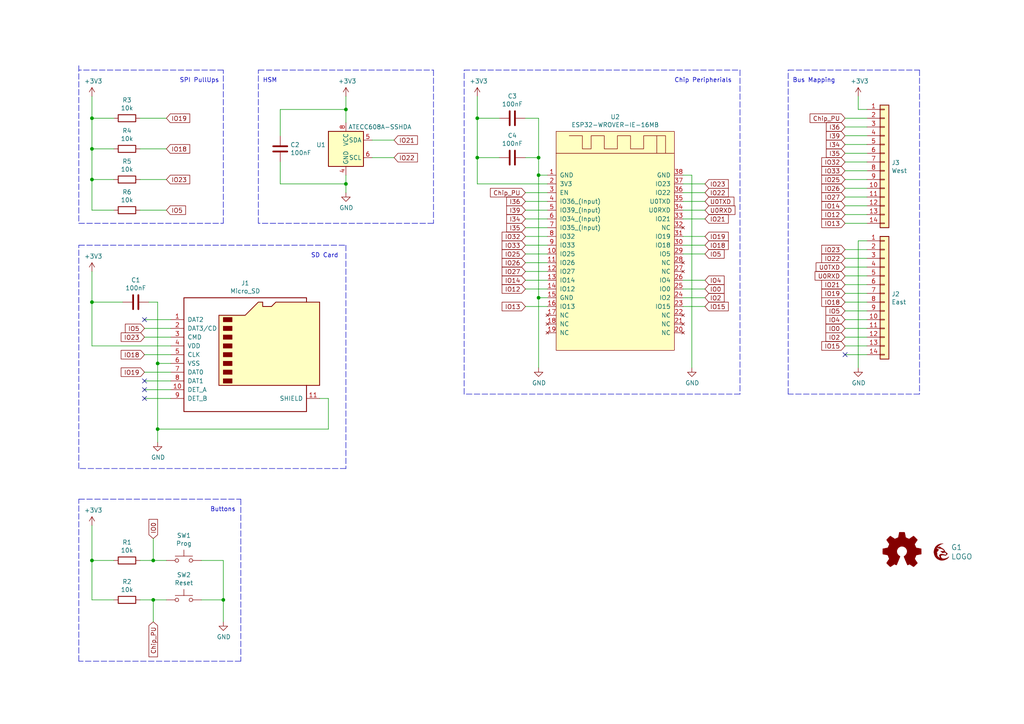
<source format=kicad_sch>
(kicad_sch (version 20211123) (generator eeschema)
  (paper "A4")
  (title_block (title "Satellite SoM") (date "2021-12-01") (rev "2.0") (company "GrayC GmbH") (comment 1 "Fabian Schlegel") (comment 3 "ESP32-WROVER-IE, ATECC608A, µSD") (comment 4 "Microcontroller with Crypto and Storage as single Module"))
  (lib_symbols
    (symbol "Connector:Micro_SD_Card_Det_Hirose_DM3AT" (pin_names (offset 1.016))
      (property "Reference" "J" (at -16.51 17.78 0))
      (property "Value" "Micro_SD_Card_Det_Hirose_DM3AT" (at 16.51 17.78 0))
      (symbol "Micro_SD_Card_Det_Hirose_DM3AT_0_1"
        (rectangle (start -7.62 -6.985) (end -5.08 -8.255) (fill (type outline)))
        (rectangle (start -7.62 -4.445) (end -5.08 -5.715) (fill (type outline)))
        (rectangle (start -7.62 -1.905) (end -5.08 -3.175) (fill (type outline)))
        (rectangle (start -7.62 0.635) (end -5.08 -0.635) (fill (type outline)))
        (rectangle (start -7.62 3.175) (end -5.08 1.905) (fill (type outline)))
        (rectangle (start -7.62 5.715) (end -5.08 4.445) (fill (type outline)))
        (rectangle (start -7.62 8.255) (end -5.08 6.985) (fill (type outline)))
        (rectangle (start -7.62 10.795) (end -5.08 9.525) (fill (type outline)))
        (polyline (pts (xy 16.51 15.24) (xy 16.51 16.51) (xy -19.05 16.51) (xy -19.05 -16.51) (xy 16.51 -16.51) (xy 16.51 -8.89)) (stroke (width 0.254)))
        (polyline (pts (xy -8.89 -8.89) (xy -8.89 11.43) (xy -1.27 11.43) (xy 2.54 15.24) (xy 3.81 15.24) (xy 3.81 13.97) (xy 6.35 13.97) (xy 7.62 15.24) (xy 20.32 15.24) (xy 20.32 -8.89) (xy -8.89 -8.89)) (stroke (width 0.254)) (fill (type background)))
      )
      (symbol "Micro_SD_Card_Det_Hirose_DM3AT_1_1"
        (pin bidirectional line (at -22.86 10.16 0) (length 3.81) (name "DAT2") (number "1"))
        (pin passive line (at -22.86 -10.16 0) (length 3.81) (name "DET_A") (number "10"))
        (pin passive line (at 20.32 -12.7 180) (length 3.81) (name "SHIELD") (number "11"))
        (pin bidirectional line (at -22.86 7.62 0) (length 3.81) (name "DAT3/CD") (number "2"))
        (pin input line (at -22.86 5.08 0) (length 3.81) (name "CMD") (number "3"))
        (pin power_in line (at -22.86 2.54 0) (length 3.81) (name "VDD") (number "4"))
        (pin input line (at -22.86 0 0) (length 3.81) (name "CLK") (number "5"))
        (pin power_in line (at -22.86 -2.54 0) (length 3.81) (name "VSS") (number "6"))
        (pin bidirectional line (at -22.86 -5.08 0) (length 3.81) (name "DAT0") (number "7"))
        (pin bidirectional line (at -22.86 -7.62 0) (length 3.81) (name "DAT1") (number "8"))
        (pin passive line (at -22.86 -12.7 0) (length 3.81) (name "DET_B") (number "9"))
      )
    )
    (symbol "Connector_Generic:Conn_01x14" (pin_names (offset 1.016) hide)
      (property "Reference" "J" (at 0 17.78 0))
      (property "Value" "Conn_01x14" (at 0 -20.32 0))
      (symbol "Conn_01x14_1_1"
        (rectangle (start -1.27 -17.653) (end 0 -17.907) (stroke (width 0.1524)))
        (rectangle (start -1.27 -15.113) (end 0 -15.367) (stroke (width 0.1524)))
        (rectangle (start -1.27 -12.573) (end 0 -12.827) (stroke (width 0.1524)))
        (rectangle (start -1.27 -10.033) (end 0 -10.287) (stroke (width 0.1524)))
        (rectangle (start -1.27 -7.493) (end 0 -7.747) (stroke (width 0.1524)))
        (rectangle (start -1.27 -4.953) (end 0 -5.207) (stroke (width 0.1524)))
        (rectangle (start -1.27 -2.413) (end 0 -2.667) (stroke (width 0.1524)))
        (rectangle (start -1.27 0.127) (end 0 -0.127) (stroke (width 0.1524)))
        (rectangle (start -1.27 2.667) (end 0 2.413) (stroke (width 0.1524)))
        (rectangle (start -1.27 5.207) (end 0 4.953) (stroke (width 0.1524)))
        (rectangle (start -1.27 7.747) (end 0 7.493) (stroke (width 0.1524)))
        (rectangle (start -1.27 10.287) (end 0 10.033) (stroke (width 0.1524)))
        (rectangle (start -1.27 12.827) (end 0 12.573) (stroke (width 0.1524)))
        (rectangle (start -1.27 15.367) (end 0 15.113) (stroke (width 0.1524)))
        (rectangle (start -1.27 16.51) (end 1.27 -19.05) (stroke (width 0.254)) (fill (type background)))
        (pin passive line (at -5.08 15.24 0) (length 3.81) (name "Pin_1") (number "1"))
        (pin passive line (at -5.08 -7.62 0) (length 3.81) (name "Pin_10") (number "10"))
        (pin passive line (at -5.08 -10.16 0) (length 3.81) (name "Pin_11") (number "11"))
        (pin passive line (at -5.08 -12.7 0) (length 3.81) (name "Pin_12") (number "12"))
        (pin passive line (at -5.08 -15.24 0) (length 3.81) (name "Pin_13") (number "13"))
        (pin passive line (at -5.08 -17.78 0) (length 3.81) (name "Pin_14") (number "14"))
        (pin passive line (at -5.08 12.7 0) (length 3.81) (name "Pin_2") (number "2"))
        (pin passive line (at -5.08 10.16 0) (length 3.81) (name "Pin_3") (number "3"))
        (pin passive line (at -5.08 7.62 0) (length 3.81) (name "Pin_4") (number "4"))
        (pin passive line (at -5.08 5.08 0) (length 3.81) (name "Pin_5") (number "5"))
        (pin passive line (at -5.08 2.54 0) (length 3.81) (name "Pin_6") (number "6"))
        (pin passive line (at -5.08 0 0) (length 3.81) (name "Pin_7") (number "7"))
        (pin passive line (at -5.08 -2.54 0) (length 3.81) (name "Pin_8") (number "8"))
        (pin passive line (at -5.08 -5.08 0) (length 3.81) (name "Pin_9") (number "9"))
      )
    )
    (symbol "Device:C" (pin_numbers hide) (pin_names (offset 0.254))
      (property "Reference" "C" (at 0.635 2.54 0))
      (property "Value" "C" (at 0.635 -2.54 0))
      (symbol "C_0_1"
        (polyline (pts (xy -2.032 -0.762) (xy 2.032 -0.762)) (stroke (width 0.508)))
        (polyline (pts (xy -2.032 0.762) (xy 2.032 0.762)) (stroke (width 0.508)))
      )
      (symbol "C_1_1"
        (pin passive line (at 0 3.81 270) (length 2.794) (name "~") (number "1"))
        (pin passive line (at 0 -3.81 90) (length 2.794) (name "~") (number "2"))
      )
    )
    (symbol "Device:R" (pin_numbers hide) (pin_names (offset 0))
      (property "Reference" "R" (at 2.032 0 90))
      (property "Value" "R" (at 0 0 90))
      (symbol "R_0_1"
        (rectangle (start -1.016 -2.54) (end 1.016 2.54) (stroke (width 0.254)))
      )
      (symbol "R_1_1"
        (pin passive line (at 0 3.81 270) (length 1.27) (name "~") (number "1"))
        (pin passive line (at 0 -3.81 90) (length 1.27) (name "~") (number "2"))
      )
    )
    (symbol "Graphic:Logo_Open_Hardware_Small" (pin_names (offset 1.016))
      (symbol "Logo_Open_Hardware_Small_0_1"
        (polyline (pts (xy 3.3528 -4.3434) (xy 3.302 -4.318) (xy 3.175 -4.2418) (xy 2.9972 -4.1148) (xy 2.7686 -3.9624) (xy 2.54 -3.81) (xy 2.3622 -3.7084) (xy 2.2352 -3.6068) (xy 2.1844 -3.5814) (xy 2.159 -3.6068) (xy 2.0574 -3.6576) (xy 1.905 -3.7338) (xy 1.8034 -3.7846) (xy 1.6764 -3.8354) (xy 1.6002 -3.8354) (xy 1.6002 -3.8354) (xy 1.5494 -3.7338) (xy 1.4732 -3.5306) (xy 1.3462 -3.302) (xy 1.2446 -3.0226) (xy 1.1176 -2.7178) (xy 0.9652 -2.413) (xy 0.8636 -2.1082) (xy 0.7366 -1.8288) (xy 0.6604 -1.6256) (xy 0.6096 -1.4732) (xy 0.5842 -1.397) (xy 0.5842 -1.397) (xy 0.6604 -1.3208) (xy 0.7874 -1.2446) (xy 1.0414 -1.016) (xy 1.2954 -0.6858) (xy 1.4478 -0.3302) (xy 1.524 0.0762) (xy 1.4732 0.4572) (xy 1.3208 0.8128) (xy 1.0668 1.143) (xy 0.762 1.3716) (xy 0.4064 1.524) (xy 0 1.5748) (xy -0.381 1.5494) (xy -0.7366 1.397) (xy -1.0668 1.143) (xy -1.2192 0.9906) (xy -1.397 0.6604) (xy -1.524 0.3048) (xy -1.524 0.2286) (xy -1.4986 -0.1778) (xy -1.397 -0.5334) (xy -1.1938 -0.8636) (xy -0.9144 -1.143) (xy -0.8636 -1.1684) (xy -0.7366 -1.27) (xy -0.635 -1.3462) (xy -0.5842 -1.397) (xy -1.0668 -2.5908) (xy -1.143 -2.794) (xy -1.2954 -3.1242) (xy -1.397 -3.4036) (xy -1.4986 -3.6322) (xy -1.5748 -3.7846) (xy -1.6002 -3.8354) (xy -1.6002 -3.8354) (xy -1.651 -3.8354) (xy -1.7272 -3.81) (xy -1.905 -3.7338) (xy -2.0066 -3.683) (xy -2.1336 -3.6068) (xy -2.2098 -3.5814) (xy -2.2606 -3.6068) (xy -2.3622 -3.683) (xy -2.54 -3.81) (xy -2.7686 -3.9624) (xy -2.9718 -4.0894) (xy -3.1496 -4.2164) (xy -3.302 -4.318) (xy -3.3528 -4.3434) (xy -3.3782 -4.3434) (xy -3.429 -4.318) (xy -3.5306 -4.2164) (xy -3.7084 -4.064) (xy -3.937 -3.8354) (xy -3.9624 -3.81) (xy -4.1656 -3.6068) (xy -4.318 -3.4544) (xy -4.4196 -3.3274) (xy -4.445 -3.2766) (xy -4.445 -3.2766) (xy -4.4196 -3.2258) (xy -4.318 -3.0734) (xy -4.2164 -2.8956) (xy -4.064 -2.667) (xy -3.6576 -2.0828) (xy -3.8862 -1.5494) (xy -3.937 -1.3716) (xy -4.0386 -1.1684) (xy -4.0894 -1.0414) (xy -4.1148 -0.9652) (xy -4.191 -0.9398) (xy -4.318 -0.9144) (xy -4.5466 -0.8636) (xy -4.8006 -0.8128) (xy -5.0546 -0.7874) (xy -5.2578 -0.7366) (xy -5.4356 -0.7112) (xy -5.5118 -0.6858) (xy -5.5118 -0.6858) (xy -5.5372 -0.635) (xy -5.5372 -0.5588) (xy -5.5372 -0.4318) (xy -5.5626 -0.2286) (xy -5.5626 0.0762) (xy -5.5626 0.127) (xy -5.5372 0.4064) (xy -5.5372 0.635) (xy -5.5372 0.762) (xy -5.5372 0.8382) (xy -5.5372 0.8382) (xy -5.461 0.8382) (xy -5.3086 0.889) (xy -5.08 0.9144) (xy -4.826 0.9652) (xy -4.8006 0.9906) (xy -4.5466 1.0414) (xy -4.318 1.0668) (xy -4.1656 1.1176) (xy -4.0894 1.143) (xy -4.0894 1.143) (xy -4.0386 1.2446) (xy -3.9624 1.4224) (xy -3.8608 1.6256) (xy -3.7846 1.8288) (xy -3.7084 2.0066) (xy -3.6576 2.159) (xy -3.6322 2.2098) (xy -3.6322 2.2098) (xy -3.683 2.286) (xy -3.7592 2.413) (xy -3.8862 2.5908) (xy -4.064 2.8194) (xy -4.064 2.8448) (xy -4.2164 3.0734) (xy -4.3434 3.2512) (xy -4.4196 3.3782) (xy -4.445 3.4544) (xy -4.445 3.4544) (xy -4.3942 3.5052) (xy -4.2926 3.6322) (xy -4.1148 3.81) (xy -3.937 4.0132) (xy -3.8608 4.064) (xy -3.6576 4.2926) (xy -3.5052 4.4196) (xy -3.4036 4.4958) (xy -3.3528 4.5212) (xy -3.3528 4.5212) (xy -3.302 4.4704) (xy -3.1496 4.3688) (xy -2.9718 4.2418) (xy -2.7432 4.0894) (xy -2.7178 4.0894) (xy -2.4892 3.937) (xy -2.3114 3.81) (xy -2.1844 3.7084) (xy -2.1336 3.683) (xy -2.1082 3.683) (xy -2.032 3.7084) (xy -1.8542 3.7592) (xy -1.6764 3.8354) (xy -1.4732 3.937) (xy -1.27 4.0132) (xy -1.143 4.064) (xy -1.0668 4.1148) (xy -1.0668 4.1148) (xy -1.0414 4.191) (xy -1.016 4.3434) (xy -0.9652 4.572) (xy -0.9144 4.8514) (xy -0.889 4.9022) (xy -0.8382 5.1562) (xy -0.8128 5.3848) (xy -0.7874 5.5372) (xy -0.762 5.588) (xy -0.7112 5.6134) (xy -0.5842 5.6134) (xy -0.4064 5.6134) (xy -0.1524 5.6134) (xy 0.0762 5.6134) (xy 0.3302 5.6134) (xy 0.5334 5.6134) (xy 0.6858 5.588) (xy 0.7366 5.588) (xy 0.7366 5.588) (xy 0.762 5.5118) (xy 0.8128 5.334) (xy 0.8382 5.1054) (xy 0.9144 4.826) (xy 0.9144 4.7752) (xy 0.9652 4.5212) (xy 1.016 4.2926) (xy 1.0414 4.1402) (xy 1.0668 4.0894) (xy 1.0668 4.0894) (xy 1.1938 4.0386) (xy 1.3716 3.9624) (xy 1.5748 3.8608) (xy 2.0828 3.6576) (xy 2.7178 4.0894) (xy 2.7686 4.1402) (xy 2.9972 4.2926) (xy 3.175 4.4196) (xy 3.302 4.4958) (xy 3.3782 4.5212) (xy 3.3782 4.5212) (xy 3.429 4.4704) (xy 3.556 4.3434) (xy 3.7338 4.191) (xy 3.9116 3.9878) (xy 4.064 3.8354) (xy 4.2418 3.6576) (xy 4.3434 3.556) (xy 4.4196 3.4798) (xy 4.4196 3.429) (xy 4.4196 3.4036) (xy 4.3942 3.3274) (xy 4.2926 3.2004) (xy 4.1656 2.9972) (xy 4.0132 2.794) (xy 3.8862 2.5908) (xy 3.7592 2.3876) (xy 3.6576 2.2352) (xy 3.6322 2.159) (xy 3.6322 2.1336) (xy 3.683 2.0066) (xy 3.7592 1.8288) (xy 3.8608 1.6002) (xy 4.064 1.1176) (xy 4.3942 1.0414) (xy 4.5974 1.016) (xy 4.8768 0.9652) (xy 5.1308 0.9144) (xy 5.5372 0.8382) (xy 5.5626 -0.6604) (xy 5.4864 -0.6858) (xy 5.4356 -0.6858) (xy 5.2832 -0.7366) (xy 5.0546 -0.762) (xy 4.8006 -0.8128) (xy 4.5974 -0.8636) (xy 4.3688 -0.9144) (xy 4.2164 -0.9398) (xy 4.1402 -0.9398) (xy 4.1148 -0.9652) (xy 4.064 -1.0668) (xy 3.9878 -1.2446) (xy 3.9116 -1.4478) (xy 3.81 -1.651) (xy 3.7338 -1.8542) (xy 3.683 -2.0066) (xy 3.6576 -2.0828) (xy 3.683 -2.1336) (xy 3.7846 -2.2606) (xy 3.8862 -2.4638) (xy 4.0386 -2.667) (xy 4.191 -2.8956) (xy 4.318 -3.0734) (xy 4.3942 -3.2004) (xy 4.445 -3.2766) (xy 4.4196 -3.3274) (xy 4.3434 -3.429) (xy 4.1656 -3.5814) (xy 3.937 -3.8354) (xy 3.8862 -3.8608) (xy 3.683 -4.064) (xy 3.5306 -4.2164) (xy 3.4036 -4.318) (xy 3.3528 -4.3434)) (fill (type outline)))
      )
    )
    (symbol "Security:ATECC608A-SSHDA"
      (property "Reference" "U" (at 3.81 6.35 0))
      (property "Value" "ATECC608A-SSHDA" (at 10.16 -6.35 0))
      (symbol "ATECC608A-SSHDA_0_1"
        (rectangle (start -5.08 5.08) (end 5.08 -5.08) (stroke (width 0.254)) (fill (type background)))
      )
      (symbol "ATECC608A-SSHDA_1_1"
        (pin power_in line (at 0 -7.62 90) (length 2.54) (name "GND") (number "4"))
        (pin bidirectional line (at 7.62 2.54 180) (length 2.54) (name "SDA") (number "5"))
        (pin input line (at 7.62 -2.54 180) (length 2.54) (name "SCL") (number "6"))
        (pin power_in line (at 0 7.62 270) (length 2.54) (name "VCC") (number "8"))
      )
    )
    (symbol "Switch:SW_Push" (pin_numbers hide) (pin_names (offset 1.016) hide)
      (property "Reference" "SW" (at 1.27 2.54 0))
      (property "Value" "SW_Push" (at 0 -1.524 0))
      (symbol "SW_Push_0_1"
        (circle (center -2.032 0) (radius 0.508))
        (polyline (pts (xy 0 1.27) (xy 0 3.048)))
        (polyline (pts (xy 2.54 1.27) (xy -2.54 1.27)))
        (circle (center 2.032 0) (radius 0.508))
        (pin passive line (at -5.08 0 0) (length 2.54) (name "1") (number "1"))
        (pin passive line (at 5.08 0 180) (length 2.54) (name "2") (number "2"))
      )
    )
    (symbol "esp32-wrover-ie-16mb:ESP32-WROVER-IE-16MB" (pin_names (offset 1.016))
      (property "Reference" "U" (at -17.5006 36.5506 0))
      (property "Value" "ESP32-WROVER-IE-16MB" (at -10.16 35.56 0))
      (symbol "ESP32-WROVER-IE-16MB_1_1"
        (rectangle (start -17.78 26.67) (end 16.51 -30.48) (fill (type background)))
        (rectangle (start -17.78 33.02) (end 16.51 26.67) (fill (type background)))
        (polyline (pts (xy 11.43 31.75) (xy 13.97 31.75) (xy 13.97 26.67)))
        (polyline (pts (xy -13.97 31.75) (xy -10.16 31.75) (xy -10.16 27.94) (xy -7.62 27.94) (xy -7.62 31.75) (xy -3.81 31.75) (xy -3.81 27.94) (xy 0 27.94) (xy 0 31.75) (xy 3.81 31.75) (xy 3.81 27.94) (xy 7.62 27.94) (xy 7.62 31.75) (xy 11.43 31.75) (xy 11.43 26.67)))
        (pin power_in line (at -20.32 20.32 0) (length 2.54) (name "GND") (number "1"))
        (pin bidirectional line (at -20.32 -2.54 0) (length 2.54) (name "IO25") (number "10"))
        (pin bidirectional line (at -20.32 -5.08 0) (length 2.54) (name "IO26") (number "11"))
        (pin bidirectional line (at -20.32 -7.62 0) (length 2.54) (name "IO27") (number "12"))
        (pin bidirectional line (at -20.32 -10.16 0) (length 2.54) (name "IO14") (number "13"))
        (pin bidirectional line (at -20.32 -12.7 0) (length 2.54) (name "IO12") (number "14"))
        (pin power_in line (at -20.32 -15.24 0) (length 2.54) (name "GND") (number "15"))
        (pin bidirectional line (at -20.32 -17.78 0) (length 2.54) (name "IO13") (number "16"))
        (pin no_connect line (at -20.32 -20.32 0) (length 2.54) (name "NC") (number "17"))
        (pin no_connect line (at -20.32 -22.86 0) (length 2.54) (name "NC") (number "18"))
        (pin no_connect line (at -20.32 -25.4 0) (length 2.54) (name "NC") (number "19"))
        (pin power_in line (at -20.32 17.78 0) (length 2.54) (name "3V3") (number "2"))
        (pin no_connect line (at 19.05 -25.4 180) (length 2.54) (name "NC") (number "20"))
        (pin no_connect line (at 19.05 -22.86 180) (length 2.54) (name "NC") (number "21"))
        (pin no_connect line (at 19.05 -20.32 180) (length 2.54) (name "NC") (number "22"))
        (pin bidirectional line (at 19.05 -17.78 180) (length 2.54) (name "IO15") (number "23"))
        (pin bidirectional line (at 19.05 -15.24 180) (length 2.54) (name "IO2") (number "24"))
        (pin bidirectional line (at 19.05 -12.7 180) (length 2.54) (name "IO0") (number "25"))
        (pin bidirectional line (at 19.05 -10.16 180) (length 2.54) (name "IO4") (number "26"))
        (pin no_connect line (at 19.05 -7.62 180) (length 2.54) (name "NC") (number "27"))
        (pin no_connect line (at 19.05 -5.08 180) (length 2.54) (name "NC") (number "28"))
        (pin bidirectional line (at 19.05 -2.54 180) (length 2.54) (name "IO5") (number "29"))
        (pin input line (at -20.32 15.24 0) (length 2.54) (name "EN") (number "3"))
        (pin bidirectional line (at 19.05 0 180) (length 2.54) (name "IO18") (number "30"))
        (pin bidirectional line (at 19.05 2.54 180) (length 2.54) (name "IO19") (number "31"))
        (pin no_connect line (at 19.05 5.08 180) (length 2.54) (name "NC") (number "32"))
        (pin bidirectional line (at 19.05 7.62 180) (length 2.54) (name "IO21") (number "33"))
        (pin input line (at 19.05 10.16 180) (length 2.54) (name "U0RXD") (number "34"))
        (pin output line (at 19.05 12.7 180) (length 2.54) (name "U0TXD") (number "35"))
        (pin bidirectional line (at 19.05 15.24 180) (length 2.54) (name "IO22") (number "36"))
        (pin bidirectional line (at 19.05 17.78 180) (length 2.54) (name "IO23") (number "37"))
        (pin power_in line (at 19.05 20.32 180) (length 2.54) (name "GND") (number "38"))
        (pin input line (at -20.32 12.7 0) (length 2.54) (name "IO36_(Input)") (number "4"))
        (pin input line (at -20.32 10.16 0) (length 2.54) (name "IO39_(Input)") (number "5"))
        (pin input line (at -20.32 7.62 0) (length 2.54) (name "IO34_(Input)") (number "6"))
        (pin input line (at -20.32 5.08 0) (length 2.54) (name "IO35_(Input)") (number "7"))
        (pin bidirectional line (at -20.32 2.54 0) (length 2.54) (name "IO32") (number "8"))
        (pin bidirectional line (at -20.32 0 0) (length 2.54) (name "IO33") (number "9"))
      )
    )
    (symbol "grayc-logo-negative:LOGO" (pin_names (offset 1.016))
      (symbol "LOGO_0_0"
        (polyline (pts (xy 0.4572 -2.5146) (xy 0.9398 -2.3876) (xy 1.397 -2.1844) (xy 1.8034 -1.9304) (xy 2.0828 -1.6256) (xy 2.159 -1.4732) (xy 2.159 -1.4478) (xy 2.0574 -1.5494) (xy 1.7526 -1.7526) (xy 1.2446 -1.9558) (xy 0.7112 -2.032) (xy 0.4826 -2.032) (xy 0.1524 -1.9304) (xy -0.0508 -1.7526) (xy -0.1524 -1.4478) (xy -0.1778 -1.2192) (xy -0.1016 -1.1176) (xy 0.0508 -1.016) (xy 0.1524 -0.9906) (xy 0.4064 -0.9652) (xy 0.7112 -1.016) (xy 0.8128 -1.0414) (xy 1.0414 -1.0922) (xy 1.2192 -1.1176) (xy 1.2446 -1.0922) (xy 1.3716 -1.016) (xy 1.5494 -0.8636) (xy 1.7018 -0.7112) (xy 1.778 -0.5842) (xy 1.6002 -0.4064) (xy 1.397 -0.254) (xy 1.0922 0) (xy 0.9652 0.2286) (xy 0.9144 0.3556) (xy 0.762 0.5842) (xy 0.508 0.8128) (xy 0.1016 1.0414) (xy -0.3048 1.2954) (xy -0.4064 1.397) (xy -0.4572 1.4986) (xy -0.5588 1.4986) (xy -0.6096 1.3716) (xy -0.635 1.2954) (xy -0.7366 1.2954) (xy -0.8128 1.3208) (xy -1.016 1.3462) (xy -1.0668 1.397) (xy -0.9906 1.4986) (xy -0.8382 1.651) (xy -0.635 1.8288) (xy -0.127 2.1336) (xy 0.0762 2.2352) (xy 0.5334 2.3622) (xy 0.0508 2.3368) (xy -0.4064 2.2606) (xy -0.9906 2.032) (xy -1.4986 1.651) (xy -1.7272 1.3716) (xy -1.8542 1.1176) (xy -1.4478 1.1176) (xy -1.4478 1.143) (xy -1.3208 1.1684) (xy -1.0922 1.1176) (xy -0.7874 1.016) (xy -0.635 0.9398) (xy -0.4572 0.889) (xy -0.381 0.9144) (xy -0.3556 0.9398) (xy -0.254 0.9398) (xy -0.0508 0.8636) (xy 0.2032 0.762) (xy 0.4318 0.635) (xy 0.6096 0.5334) (xy 0.6858 0.4064) (xy 0.762 0.254) (xy 0.7366 0.2032) (xy 0.6858 0.1524) (xy 0.5334 0.127) (xy 0.2286 0.1524) (xy 0.0254 0.1524) (xy -0.1778 0.127) (xy -0.2286 0.0762) (xy -0.2032 0.0508) (xy -0.0762 0) (xy -0.0508 0) (xy 0.0762 -0.0762) (xy 0.2794 -0.0762) (xy 0.2794 -0.0254) (xy 0.381 -0.0254) (xy 0.4064 -0.0508) (xy 0.3302 -0.1016) (xy 0.2794 -0.0762) (xy 0.0762 -0.0762) (xy 0.1778 -0.2032) (xy 0.1778 -0.3048) (xy 0.2286 -0.3302) (xy 0.4064 -0.3302) (xy 0.6604 -0.254) (xy 0.6858 -0.254) (xy 0.9906 -0.2032) (xy 1.2192 -0.3048) (xy 1.3716 -0.508) (xy 1.4224 -0.635) (xy 1.4478 -0.762) (xy 1.3716 -0.8636) (xy 1.3208 -0.889) (xy 1.1938 -0.9144) (xy 0.9652 -0.8636) (xy 0.635 -0.7874) (xy 0.2794 -0.6858) (xy -0.0254 -0.6604) (xy -0.254 -0.6858) (xy -0.4318 -0.8636) (xy -0.5334 -0.889) (xy -0.5842 -0.9144) (xy -0.6096 -1.0414) (xy -0.5842 -1.2446) (xy -0.5334 -1.4478) (xy -0.4572 -1.6002) (xy -0.4064 -1.6764) (xy -0.381 -1.8034) (xy -0.4572 -1.8034) (xy -0.6604 -1.7018) (xy -0.8128 -1.6002) (xy -1.0922 -1.3208) (xy -1.2446 -1.0414) (xy -1.27 -0.6604) (xy -1.2446 -0.5334) (xy -1.27 -0.3556) (xy -1.2954 -0.3048) (xy -1.3208 -0.3302) (xy -1.3716 -0.3048) (xy -1.3462 -0.1778) (xy -1.2446 -0.0254) (xy -1.1176 0.1524) (xy -0.9144 0.3556) (xy -0.8128 0.5334) (xy -0.889 0.7112) (xy -1.143 0.8382) (xy -1.3716 0.9398) (xy -1.4478 1.1176) (xy -1.8542 1.1176) (xy -2.0066 0.8636) (xy -2.032 0.7112) (xy -1.27 0.7112) (xy -1.2446 0.762) (xy -1.1938 0.7112) (xy -1.2446 0.6604) (xy -1.27 0.7112) (xy -2.032 0.7112) (xy -2.159 0.3048) (xy -2.1844 -0.254) (xy -2.0828 -0.8128) (xy -1.8542 -1.3462) (xy -1.524 -1.8034) (xy -1.0668 -2.159) (xy -0.508 -2.413) (xy -0.4318 -2.4384) (xy -0.127 -2.5146) (xy 0.1524 -2.54) (xy 0.4572 -2.5146)) (stroke (width 0.0254)) (fill (type outline)))
      )
    )
    (symbol "power:+3V3" (power) (pin_names (offset 0))
      (property "Value" "+3V3" (at 0 3.556 0))
      (symbol "+3V3_0_1"
        (polyline (pts (xy -0.762 1.27) (xy 0 2.54)))
        (polyline (pts (xy 0 0) (xy 0 2.54)))
        (polyline (pts (xy 0 2.54) (xy 0.762 1.27)))
      )
      (symbol "+3V3_1_1"
        (pin power_in line (at 0 0 90) (length 0) hide (name "+3V3") (number "1"))
      )
    )
    (symbol "power:GND" (power) (pin_names (offset 0))
      (property "Value" "GND" (at 0 -3.81 0))
      (symbol "GND_0_1"
        (polyline (pts (xy 0 0) (xy 0 -1.27) (xy 1.27 -1.27) (xy 0 -2.54) (xy -1.27 -1.27) (xy 0 -1.27)))
      )
      (symbol "GND_1_1"
        (pin power_in line (at 0 0 270) (length 0) hide (name "GND") (number "1"))
      )
    )
  )
  (junction (at 45.72 105.41))
  (junction (at 26.67 162.56))
  (junction (at 26.67 34.29))
  (junction (at 138.43 45.72))
  (junction (at 44.45 173.99))
  (junction (at 64.77 173.99))
  (junction (at 100.33 53.34))
  (junction (at 156.21 50.8))
  (junction (at 156.21 45.72))
  (junction (at 156.21 86.36))
  (junction (at 26.67 52.07))
  (junction (at 45.72 124.46))
  (junction (at 44.45 162.56))
  (junction (at 138.43 34.29))
  (junction (at 26.67 43.18))
  (junction (at 100.33 31.75))
  (junction (at 26.67 87.63))
  (no_connect (at 41.91 113.03))
  (no_connect (at 245.11 102.87))
  (no_connect (at 41.91 92.71))
  (no_connect (at 41.91 110.49))
  (no_connect (at 41.91 115.57))
  (wire (pts (xy 152.4 55.88) (xy 158.75 55.88)))
  (wire (pts (xy 245.11 85.09) (xy 251.46 85.09)))
  (wire (pts (xy 41.91 113.03) (xy 49.53 113.03)))
  (wire (pts (xy 26.67 52.07) (xy 26.67 60.96)))
  (wire (pts (xy 100.33 27.94) (xy 100.33 31.75)))
  (wire (pts (xy 100.33 53.34) (xy 100.33 55.88)))
  (wire (pts (xy 41.91 102.87) (xy 49.53 102.87)))
  (wire (pts (xy 33.02 52.07) (xy 26.67 52.07)))
  (wire (pts (xy 156.21 45.72) (xy 156.21 34.29)))
  (wire (pts (xy 26.67 43.18) (xy 33.02 43.18)))
  (polyline (pts (xy 69.85 191.77) (xy 22.86 191.77)))
  (wire (pts (xy 200.66 106.68) (xy 200.66 50.8)))
  (polyline (pts (xy 266.7 114.3) (xy 228.6 114.3)))
  (wire (pts (xy 248.92 106.68) (xy 248.92 69.85)))
  (wire (pts (xy 44.45 173.99) (xy 48.26 173.99)))
  (wire (pts (xy 107.95 45.72) (xy 114.3 45.72)))
  (wire (pts (xy 156.21 45.72) (xy 152.4 45.72)))
  (wire (pts (xy 152.4 63.5) (xy 158.75 63.5)))
  (wire (pts (xy 64.77 173.99) (xy 64.77 180.34)))
  (wire (pts (xy 152.4 73.66) (xy 158.75 73.66)))
  (wire (pts (xy 26.67 27.94) (xy 26.67 34.29)))
  (wire (pts (xy 138.43 34.29) (xy 144.78 34.29)))
  (wire (pts (xy 138.43 53.34) (xy 158.75 53.34)))
  (wire (pts (xy 152.4 60.96) (xy 158.75 60.96)))
  (wire (pts (xy 100.33 53.34) (xy 81.28 53.34)))
  (wire (pts (xy 251.46 39.37) (xy 245.11 39.37)))
  (wire (pts (xy 41.91 92.71) (xy 49.53 92.71)))
  (wire (pts (xy 248.92 31.75) (xy 251.46 31.75)))
  (wire (pts (xy 245.11 77.47) (xy 251.46 77.47)))
  (wire (pts (xy 35.56 87.63) (xy 26.67 87.63)))
  (polyline (pts (xy 228.6 20.32) (xy 266.7 20.32)))
  (polyline (pts (xy 125.73 20.32) (xy 125.73 64.77)))
  (polyline (pts (xy 69.85 144.78) (xy 69.85 191.77)))
  (wire (pts (xy 100.33 31.75) (xy 100.33 35.56)))
  (wire (pts (xy 45.72 105.41) (xy 45.72 124.46)))
  (wire (pts (xy 45.72 87.63) (xy 45.72 105.41)))
  (wire (pts (xy 26.67 173.99) (xy 33.02 173.99)))
  (wire (pts (xy 248.92 69.85) (xy 251.46 69.85)))
  (polyline (pts (xy 228.6 114.3) (xy 228.6 20.32)))
  (polyline (pts (xy 134.62 20.32) (xy 214.63 20.32)))
  (wire (pts (xy 156.21 86.36) (xy 158.75 86.36)))
  (wire (pts (xy 45.72 124.46) (xy 45.72 128.27)))
  (wire (pts (xy 152.4 68.58) (xy 158.75 68.58)))
  (wire (pts (xy 198.12 73.66) (xy 204.47 73.66)))
  (wire (pts (xy 26.67 34.29) (xy 33.02 34.29)))
  (wire (pts (xy 198.12 83.82) (xy 204.47 83.82)))
  (wire (pts (xy 58.42 173.99) (xy 64.77 173.99)))
  (wire (pts (xy 26.67 43.18) (xy 26.67 52.07)))
  (wire (pts (xy 198.12 86.36) (xy 204.47 86.36)))
  (wire (pts (xy 245.11 97.79) (xy 251.46 97.79)))
  (wire (pts (xy 40.64 162.56) (xy 44.45 162.56)))
  (polyline (pts (xy 266.7 20.32) (xy 266.7 114.3)))
  (wire (pts (xy 43.18 87.63) (xy 45.72 87.63)))
  (polyline (pts (xy 74.93 20.32) (xy 125.73 20.32)))
  (polyline (pts (xy 74.93 64.77) (xy 74.93 20.32)))
  (wire (pts (xy 158.75 50.8) (xy 156.21 50.8)))
  (wire (pts (xy 40.64 52.07) (xy 48.26 52.07)))
  (wire (pts (xy 138.43 27.94) (xy 138.43 34.29)))
  (wire (pts (xy 245.11 52.07) (xy 251.46 52.07)))
  (polyline (pts (xy 100.33 135.89) (xy 22.86 135.89)))
  (wire (pts (xy 245.11 92.71) (xy 251.46 92.71)))
  (wire (pts (xy 245.11 74.93) (xy 251.46 74.93)))
  (wire (pts (xy 198.12 71.12) (xy 204.47 71.12)))
  (polyline (pts (xy 22.86 144.78) (xy 69.85 144.78)))
  (wire (pts (xy 156.21 34.29) (xy 152.4 34.29)))
  (wire (pts (xy 26.67 152.4) (xy 26.67 162.56)))
  (wire (pts (xy 245.11 102.87) (xy 251.46 102.87)))
  (wire (pts (xy 81.28 31.75) (xy 100.33 31.75)))
  (wire (pts (xy 41.91 95.25) (xy 49.53 95.25)))
  (wire (pts (xy 245.11 87.63) (xy 251.46 87.63)))
  (wire (pts (xy 245.11 41.91) (xy 251.46 41.91)))
  (wire (pts (xy 156.21 86.36) (xy 156.21 106.68)))
  (wire (pts (xy 152.4 81.28) (xy 158.75 81.28)))
  (wire (pts (xy 26.67 100.33) (xy 26.67 87.63)))
  (wire (pts (xy 245.11 44.45) (xy 251.46 44.45)))
  (polyline (pts (xy 100.33 71.12) (xy 100.33 135.89)))
  (wire (pts (xy 92.71 115.57) (xy 95.25 115.57)))
  (wire (pts (xy 40.64 34.29) (xy 48.26 34.29)))
  (wire (pts (xy 138.43 45.72) (xy 138.43 53.34)))
  (wire (pts (xy 26.67 60.96) (xy 33.02 60.96)))
  (wire (pts (xy 152.4 58.42) (xy 158.75 58.42)))
  (polyline (pts (xy 22.86 191.77) (xy 22.86 144.78)))
  (wire (pts (xy 64.77 162.56) (xy 64.77 173.99)))
  (wire (pts (xy 245.11 49.53) (xy 251.46 49.53)))
  (wire (pts (xy 245.11 59.69) (xy 251.46 59.69)))
  (wire (pts (xy 198.12 58.42) (xy 204.47 58.42)))
  (wire (pts (xy 152.4 76.2) (xy 158.75 76.2)))
  (wire (pts (xy 49.53 107.95) (xy 41.91 107.95)))
  (wire (pts (xy 245.11 95.25) (xy 251.46 95.25)))
  (wire (pts (xy 156.21 50.8) (xy 156.21 45.72)))
  (wire (pts (xy 198.12 68.58) (xy 204.47 68.58)))
  (wire (pts (xy 44.45 173.99) (xy 44.45 180.34)))
  (wire (pts (xy 245.11 100.33) (xy 251.46 100.33)))
  (wire (pts (xy 152.4 88.9) (xy 158.75 88.9)))
  (wire (pts (xy 26.67 87.63) (xy 26.67 78.74)))
  (wire (pts (xy 48.26 60.96) (xy 40.64 60.96)))
  (wire (pts (xy 245.11 46.99) (xy 251.46 46.99)))
  (wire (pts (xy 198.12 88.9) (xy 204.47 88.9)))
  (wire (pts (xy 138.43 34.29) (xy 138.43 45.72)))
  (wire (pts (xy 81.28 39.37) (xy 81.28 31.75)))
  (wire (pts (xy 251.46 62.23) (xy 245.11 62.23)))
  (polyline (pts (xy 134.62 114.3) (xy 134.62 20.32)))
  (wire (pts (xy 33.02 162.56) (xy 26.67 162.56)))
  (polyline (pts (xy 125.73 64.77) (xy 74.93 64.77)))
  (wire (pts (xy 26.67 162.56) (xy 26.67 173.99)))
  (wire (pts (xy 44.45 156.21) (xy 44.45 162.56)))
  (wire (pts (xy 245.11 80.01) (xy 251.46 80.01)))
  (polyline (pts (xy 22.86 64.77) (xy 64.77 64.77)))
  (wire (pts (xy 26.67 34.29) (xy 26.67 43.18)))
  (wire (pts (xy 245.11 82.55) (xy 251.46 82.55)))
  (wire (pts (xy 245.11 54.61) (xy 251.46 54.61)))
  (polyline (pts (xy 64.77 64.77) (xy 64.77 20.32)))
  (wire (pts (xy 198.12 55.88) (xy 204.47 55.88)))
  (wire (pts (xy 245.11 72.39) (xy 251.46 72.39)))
  (wire (pts (xy 156.21 50.8) (xy 156.21 86.36)))
  (wire (pts (xy 41.91 110.49) (xy 49.53 110.49)))
  (wire (pts (xy 152.4 71.12) (xy 158.75 71.12)))
  (wire (pts (xy 200.66 50.8) (xy 198.12 50.8)))
  (wire (pts (xy 107.95 40.64) (xy 114.3 40.64)))
  (wire (pts (xy 152.4 66.04) (xy 158.75 66.04)))
  (wire (pts (xy 81.28 53.34) (xy 81.28 46.99)))
  (polyline (pts (xy 22.86 19.05) (xy 22.86 64.77)))
  (wire (pts (xy 198.12 53.34) (xy 204.47 53.34)))
  (wire (pts (xy 26.67 100.33) (xy 49.53 100.33)))
  (wire (pts (xy 198.12 81.28) (xy 204.47 81.28)))
  (wire (pts (xy 245.11 90.17) (xy 251.46 90.17)))
  (wire (pts (xy 100.33 50.8) (xy 100.33 53.34)))
  (wire (pts (xy 49.53 105.41) (xy 45.72 105.41)))
  (wire (pts (xy 95.25 115.57) (xy 95.25 124.46)))
  (wire (pts (xy 198.12 60.96) (xy 204.47 60.96)))
  (wire (pts (xy 245.11 36.83) (xy 251.46 36.83)))
  (wire (pts (xy 44.45 162.56) (xy 48.26 162.56)))
  (wire (pts (xy 58.42 162.56) (xy 64.77 162.56)))
  (wire (pts (xy 41.91 115.57) (xy 49.53 115.57)))
  (wire (pts (xy 44.45 173.99) (xy 40.64 173.99)))
  (wire (pts (xy 245.11 34.29) (xy 251.46 34.29)))
  (polyline (pts (xy 214.63 114.3) (xy 134.62 114.3)))
  (polyline (pts (xy 214.63 20.32) (xy 214.63 114.3)))
  (wire (pts (xy 152.4 83.82) (xy 158.75 83.82)))
  (wire (pts (xy 152.4 78.74) (xy 158.75 78.74)))
  (wire (pts (xy 40.64 43.18) (xy 48.26 43.18)))
  (polyline (pts (xy 64.77 20.32) (xy 22.86 20.32)))
  (wire (pts (xy 248.92 27.94) (xy 248.92 31.75)))
  (wire (pts (xy 198.12 63.5) (xy 204.47 63.5)))
  (polyline (pts (xy 22.86 71.12) (xy 100.33 71.12)))
  (polyline (pts (xy 22.86 135.89) (xy 22.86 71.12)))
  (wire (pts (xy 95.25 124.46) (xy 45.72 124.46)))
  (wire (pts (xy 245.11 64.77) (xy 251.46 64.77)))
  (wire (pts (xy 138.43 45.72) (xy 144.78 45.72)))
  (wire (pts (xy 245.11 57.15) (xy 251.46 57.15)))
  (wire (pts (xy 49.53 97.79) (xy 41.91 97.79)))
  (text "Buttons" (at 60.96 148.59 0) (effects (font (size 1.27 1.27)) (justify left bottom)))
  (text "HSM" (at 76.2 24.13 0) (effects (font (size 1.27 1.27)) (justify left bottom)))
  (text "SPI PullUps" (at 52.07 24.13 0) (effects (font (size 1.27 1.27)) (justify left bottom)))
  (text "Chip Peripherials" (at 195.58 24.13 0) (effects (font (size 1.27 1.27)) (justify left bottom)))
  (text "SD Card" (at 90.17 74.93 0) (effects (font (size 1.27 1.27)) (justify left bottom)))
  (text "Bus Mapping" (at 229.87 24.13 0) (effects (font (size 1.27 1.27)) (justify left bottom)))
  (global_label "I35" (shape input) (at 245.11 44.45 180) (property "Intersheet References" "${INTERSHEET_REFS}" (effects hide)))
  (global_label "I39" (shape input) (at 152.4 60.96 180) (property "Intersheet References" "${INTERSHEET_REFS}" (effects hide)))
  (global_label "IO25" (shape input) (at 152.4 73.66 180) (property "Intersheet References" "${INTERSHEET_REFS}" (effects hide)))
  (global_label "IO0" (shape input) (at 245.11 95.25 180) (property "Intersheet References" "${INTERSHEET_REFS}" (effects hide)))
  (global_label "IO15" (shape input) (at 204.47 88.9 0) (property "Intersheet References" "${INTERSHEET_REFS}" (effects hide)))
  (global_label "IO13" (shape input) (at 245.11 64.77 180) (property "Intersheet References" "${INTERSHEET_REFS}" (effects hide)))
  (global_label "IO12" (shape input) (at 152.4 83.82 180) (property "Intersheet References" "${INTERSHEET_REFS}" (effects hide)))
  (global_label "IO5" (shape input) (at 245.11 90.17 180) (property "Intersheet References" "${INTERSHEET_REFS}" (effects hide)))
  (global_label "IO22" (shape input) (at 114.3 45.72 0) (property "Intersheet References" "${INTERSHEET_REFS}" (effects hide)))
  (global_label "IO33" (shape input) (at 245.11 49.53 180) (property "Intersheet References" "${INTERSHEET_REFS}" (effects hide)))
  (global_label "IO4" (shape input) (at 204.47 81.28 0) (property "Intersheet References" "${INTERSHEET_REFS}" (effects hide)))
  (global_label "I35" (shape input) (at 152.4 66.04 180) (property "Intersheet References" "${INTERSHEET_REFS}" (effects hide)))
  (global_label "Chip_PU" (shape input) (at 245.11 34.29 180) (property "Intersheet References" "${INTERSHEET_REFS}" (effects hide)))
  (global_label "U0RXD" (shape input) (at 204.47 60.96 0) (property "Intersheet References" "${INTERSHEET_REFS}" (effects hide)))
  (global_label "IO25" (shape input) (at 245.11 52.07 180) (property "Intersheet References" "${INTERSHEET_REFS}" (effects hide)))
  (global_label "IO2" (shape input) (at 204.47 86.36 0) (property "Intersheet References" "${INTERSHEET_REFS}" (effects hide)))
  (global_label "IO19" (shape input) (at 48.26 34.29 0) (property "Intersheet References" "${INTERSHEET_REFS}" (effects hide)))
  (global_label "IO23" (shape input) (at 245.11 72.39 180) (property "Intersheet References" "${INTERSHEET_REFS}" (effects hide)))
  (global_label "IO23" (shape input) (at 41.91 97.79 180) (property "Intersheet References" "${INTERSHEET_REFS}" (effects hide)))
  (global_label "IO19" (shape input) (at 41.91 107.95 180) (property "Intersheet References" "${INTERSHEET_REFS}" (effects hide)))
  (global_label "U0RXD" (shape input) (at 245.11 80.01 180) (property "Intersheet References" "${INTERSHEET_REFS}" (effects hide)))
  (global_label "IO33" (shape input) (at 152.4 71.12 180) (property "Intersheet References" "${INTERSHEET_REFS}" (effects hide)))
  (global_label "IO5" (shape input) (at 48.26 60.96 0) (property "Intersheet References" "${INTERSHEET_REFS}" (effects hide)))
  (global_label "IO14" (shape input) (at 245.11 59.69 180) (property "Intersheet References" "${INTERSHEET_REFS}" (effects hide)))
  (global_label "IO0" (shape input) (at 44.45 156.21 90) (property "Intersheet References" "${INTERSHEET_REFS}" (effects hide)))
  (global_label "IO12" (shape input) (at 245.11 62.23 180) (property "Intersheet References" "${INTERSHEET_REFS}" (effects hide)))
  (global_label "IO27" (shape input) (at 245.11 57.15 180) (property "Intersheet References" "${INTERSHEET_REFS}" (effects hide)))
  (global_label "IO21" (shape input) (at 114.3 40.64 0) (property "Intersheet References" "${INTERSHEET_REFS}" (effects hide)))
  (global_label "IO18" (shape input) (at 48.26 43.18 0) (property "Intersheet References" "${INTERSHEET_REFS}" (effects hide)))
  (global_label "IO19" (shape input) (at 204.47 68.58 0) (property "Intersheet References" "${INTERSHEET_REFS}" (effects hide)))
  (global_label "I39" (shape input) (at 245.11 39.37 180) (property "Intersheet References" "${INTERSHEET_REFS}" (effects hide)))
  (global_label "IO27" (shape input) (at 152.4 78.74 180) (property "Intersheet References" "${INTERSHEET_REFS}" (effects hide)))
  (global_label "IO23" (shape input) (at 48.26 52.07 0) (property "Intersheet References" "${INTERSHEET_REFS}" (effects hide)))
  (global_label "IO32" (shape input) (at 152.4 68.58 180) (property "Intersheet References" "${INTERSHEET_REFS}" (effects hide)))
  (global_label "IO5" (shape input) (at 41.91 95.25 180) (property "Intersheet References" "${INTERSHEET_REFS}" (effects hide)))
  (global_label "IO4" (shape input) (at 245.11 92.71 180) (property "Intersheet References" "${INTERSHEET_REFS}" (effects hide)))
  (global_label "IO0" (shape input) (at 204.47 83.82 0) (property "Intersheet References" "${INTERSHEET_REFS}" (effects hide)))
  (global_label "IO21" (shape input) (at 245.11 82.55 180) (property "Intersheet References" "${INTERSHEET_REFS}" (effects hide)))
  (global_label "IO14" (shape input) (at 152.4 81.28 180) (property "Intersheet References" "${INTERSHEET_REFS}" (effects hide)))
  (global_label "IO18" (shape input) (at 41.91 102.87 180) (property "Intersheet References" "${INTERSHEET_REFS}" (effects hide)))
  (global_label "IO26" (shape input) (at 152.4 76.2 180) (property "Intersheet References" "${INTERSHEET_REFS}" (effects hide)))
  (global_label "U0TXD" (shape input) (at 245.11 77.47 180) (property "Intersheet References" "${INTERSHEET_REFS}" (effects hide)))
  (global_label "Chip_PU" (shape input) (at 152.4 55.88 180) (property "Intersheet References" "${INTERSHEET_REFS}" (effects hide)))
  (global_label "IO26" (shape input) (at 245.11 54.61 180) (property "Intersheet References" "${INTERSHEET_REFS}" (effects hide)))
  (global_label "IO23" (shape input) (at 204.47 53.34 0) (property "Intersheet References" "${INTERSHEET_REFS}" (effects hide)))
  (global_label "IO21" (shape input) (at 204.47 63.5 0) (property "Intersheet References" "${INTERSHEET_REFS}" (effects hide)))
  (global_label "Chip_PU" (shape input) (at 44.45 180.34 270) (property "Intersheet References" "${INTERSHEET_REFS}" (effects hide)))
  (global_label "IO32" (shape input) (at 245.11 46.99 180) (property "Intersheet References" "${INTERSHEET_REFS}" (effects hide)))
  (global_label "U0TXD" (shape input) (at 204.47 58.42 0) (property "Intersheet References" "${INTERSHEET_REFS}" (effects hide)))
  (global_label "IO18" (shape input) (at 204.47 71.12 0) (property "Intersheet References" "${INTERSHEET_REFS}" (effects hide)))
  (global_label "I34" (shape input) (at 152.4 63.5 180) (property "Intersheet References" "${INTERSHEET_REFS}" (effects hide)))
  (global_label "I36" (shape input) (at 245.11 36.83 180) (property "Intersheet References" "${INTERSHEET_REFS}" (effects hide)))
  (global_label "IO22" (shape input) (at 245.11 74.93 180) (property "Intersheet References" "${INTERSHEET_REFS}" (effects hide)))
  (global_label "IO22" (shape input) (at 204.47 55.88 0) (property "Intersheet References" "${INTERSHEET_REFS}" (effects hide)))
  (global_label "IO19" (shape input) (at 245.11 85.09 180) (property "Intersheet References" "${INTERSHEET_REFS}" (effects hide)))
  (global_label "IO18" (shape input) (at 245.11 87.63 180) (property "Intersheet References" "${INTERSHEET_REFS}" (effects hide)))
  (global_label "IO15" (shape input) (at 245.11 100.33 180) (property "Intersheet References" "${INTERSHEET_REFS}" (effects hide)))
  (global_label "IO13" (shape input) (at 152.4 88.9 180) (property "Intersheet References" "${INTERSHEET_REFS}" (effects hide)))
  (global_label "I36" (shape input) (at 152.4 58.42 180) (property "Intersheet References" "${INTERSHEET_REFS}" (effects hide)))
  (global_label "IO2" (shape input) (at 245.11 97.79 180) (property "Intersheet References" "${INTERSHEET_REFS}" (effects hide)))
  (global_label "IO5" (shape input) (at 204.47 73.66 0) (property "Intersheet References" "${INTERSHEET_REFS}" (effects hide)))
  (global_label "I34" (shape input) (at 245.11 41.91 180) (property "Intersheet References" "${INTERSHEET_REFS}" (effects hide)))
  (symbol (lib_id "esp32-wrover-ie-16mb:ESP32-WROVER-IE-16MB") (at 179.07 71.12 0) (unit 1)
    (property "Reference" "U2" (at 178.435 33.909 0))
    (property "Value" "ESP32-WROVER-IE-16MB" (at 178.435 36.2204 0))
    (property "Footprint" "footprints:ESP32-WROVER" (effects hide))
    (property "Datasheet" "https://www.mouser.de/datasheet/2/891/esp32_wrover_e_esp32_wrover_ie_datasheet_en-1855913.pdf" (effects hide))
    (property "Price" "3.26" (effects hide))
    (property "Product" "https://www.mouser.de/ProductDetail/Espressif-Systems/ESP32-WROVER-IEM213EH2864UH3Q0?qs=sGAEpiMZZMu3sxpa5v1qrgqRbH4gaXhhJoRXauER4Ss%3D" (effects hide))
  )
  (symbol (lib_id "Security:ATECC608A-SSHDA") (at 100.33 43.18 0) (unit 1)
    (property "Reference" "U1" (at 94.488 42.0116 0) (effects (justify right)))
    (property "Value" "ATECC608A-SSHDA" (at 119.38 36.83 0) (effects (justify right)))
    (property "Footprint" "Package_SO:SOIC-8_3.9x4.9mm_P1.27mm" (effects hide))
    (property "Datasheet" "http://ww1.microchip.com/downloads/en/DeviceDoc/ATECC608A-CryptoAuthentication-Device-Summary-Data-Sheet-DS40001977B.pdf" (effects hide))
    (property "Price" "0.84" (effects hide))
    (property "Product" "https://www.mouser.de/ProductDetail/Microchip-Technology/ATECC608A-SSHDA-B?qs=wd5RIQLrsJj8ay8%2FHpTWlw%3D%3D" (effects hide))
  )
  (symbol (lib_id "Connector_Generic:Conn_01x14") (at 256.54 46.99 0) (unit 1)
    (property "Reference" "J3" (at 258.572 47.1932 0) (effects (justify left)))
    (property "Value" "West" (at 258.572 49.5046 0) (effects (justify left)))
    (property "Footprint" "Connector_PinHeader_2.54mm:PinHeader_1x14_P2.54mm_Vertical" (effects hide))
    (property "Price" "1.10" (effects hide))
    (property "Product" "https://www.mouser.de/ProductDetail/Samtec/TSW-114-08-T-S?qs=rU5fayqh%252BE0UYy2JFyXftg%3D%3D" (effects hide))
  )
  (symbol (lib_id "Device:C") (at 148.59 34.29 270) (unit 1)
    (property "Reference" "C3" (at 148.59 27.8892 90))
    (property "Value" "100nF" (at 148.59 30.2006 90))
    (property "Footprint" "Capacitor_SMD:C_1206_3216Metric_Pad1.33x1.80mm_HandSolder" (effects hide))
    (property "Price" "0.08" (effects hide))
    (property "Product" "https://www.mouser.de/ProductDetail/KEMET/C1206C104M5RACTU?qs=sGAEpiMZZMsh%252B1woXyUXj6tIJRuySv4mnVhZeDkx3gA%3D" (effects hide))
  )
  (symbol (lib_id "Device:C") (at 148.59 45.72 270) (unit 1)
    (property "Reference" "C4" (at 148.59 39.3192 90))
    (property "Value" "100nF" (at 148.59 41.6306 90))
    (property "Footprint" "Capacitor_SMD:C_1206_3216Metric_Pad1.33x1.80mm_HandSolder" (effects hide))
    (property "Price" "0.08" (effects hide))
    (property "Product" "https://www.mouser.de/ProductDetail/KEMET/C1206C104M5RACTU?qs=sGAEpiMZZMsh%252B1woXyUXj6tIJRuySv4mnVhZeDkx3gA%3D" (effects hide))
  )
  (symbol (lib_id "Device:C") (at 81.28 43.18 0) (unit 1)
    (property "Reference" "C2" (at 84.201 42.0116 0) (effects (justify left)))
    (property "Value" "100nF" (at 84.201 44.323 0) (effects (justify left)))
    (property "Footprint" "Capacitor_SMD:C_1206_3216Metric_Pad1.33x1.80mm_HandSolder" (effects hide))
    (property "Price" "0.08" (effects hide))
    (property "Product" "https://www.mouser.de/ProductDetail/KEMET/C1206C104M5RACTU?qs=sGAEpiMZZMsh%252B1woXyUXj6tIJRuySv4mnVhZeDkx3gA%3D" (effects hide))
  )
  (symbol (lib_id "Device:C") (at 39.37 87.63 270) (unit 1)
    (property "Reference" "C1" (at 39.37 81.2292 90))
    (property "Value" "100nF" (at 39.37 83.5406 90))
    (property "Footprint" "Capacitor_SMD:C_1206_3216Metric_Pad1.33x1.80mm_HandSolder" (effects hide))
    (property "Price" "0.08" (effects hide))
    (property "Product" "https://www.mouser.de/ProductDetail/KEMET/C1206C104M5RACTU?qs=sGAEpiMZZMsh%252B1woXyUXj6tIJRuySv4mnVhZeDkx3gA%3D" (effects hide))
  )
  (symbol (lib_id "Device:R") (at 36.83 173.99 270) (unit 1)
    (property "Reference" "R2" (at 36.83 168.7322 90))
    (property "Value" "10k" (at 36.83 171.0436 90))
    (property "Footprint" "Resistor_SMD:R_1206_3216Metric_Pad1.30x1.75mm_HandSolder" (effects hide))
    (property "Price" "0.47" (effects hide))
    (property "Product" "https://www.mouser.de/ProductDetail/KOA-Speer/RN73H2BTTD1002F100?qs=egkD4cx1ihTb7AhpW1EERA%3D%3D" (effects hide))
  )
  (symbol (lib_id "Switch:SW_Push") (at 53.34 162.56 0) (unit 1)
    (property "Reference" "SW1" (at 53.34 155.321 0))
    (property "Value" "Prog" (at 53.34 157.6324 0))
    (property "Footprint" "footprints:SW4SMD_63X161LS" (effects hide))
    (property "Price" "0.48" (effects hide))
    (property "Product" "https://www.mouser.de/ProductDetail/CK/KMR231NGLFS?qs=%2Fha2pyFadug3C1LnpDTh3GC1%2FP5lYycwloRiMj1YBj0YTOPG2eMzYg%3D%3D" (effects hide))
  )
  (symbol (lib_id "Switch:SW_Push") (at 53.34 173.99 0) (unit 1)
    (property "Reference" "SW2" (at 53.34 166.751 0))
    (property "Value" "Reset" (at 53.34 169.0624 0))
    (property "Footprint" "footprints:SW4SMD_63X161LS" (effects hide))
    (property "Price" "0.48" (effects hide))
    (property "Product" "https://www.mouser.de/ProductDetail/CK/KMR231NGLFS?qs=%2Fha2pyFadug3C1LnpDTh3GC1%2FP5lYycwloRiMj1YBj0YTOPG2eMzYg%3D%3D" (effects hide))
  )
  (symbol (lib_id "power:GND") (at 200.66 106.68 0) (unit 1)
    (property "Reference" "#PWR0101" (effects hide))
    (property "Value" "GND" (at 200.787 111.0742 0))
  )
  (symbol (lib_id "power:GND") (at 156.21 106.68 0) (unit 1)
    (property "Reference" "#PWR0102" (effects hide))
    (property "Value" "GND" (at 156.337 111.0742 0))
  )
  (symbol (lib_id "power:+3V3") (at 138.43 27.94 0) (unit 1)
    (property "Reference" "#PWR0103" (effects hide))
    (property "Value" "+3V3" (at 138.811 23.5458 0))
  )
  (symbol (lib_id "power:+3V3") (at 100.33 27.94 0) (unit 1)
    (property "Reference" "#PWR0104" (effects hide))
    (property "Value" "+3V3" (at 100.711 23.5458 0))
  )
  (symbol (lib_id "power:+3V3") (at 26.67 78.74 0) (unit 1)
    (property "Reference" "#PWR0105" (effects hide))
    (property "Value" "+3V3" (at 27.051 74.3458 0))
  )
  (symbol (lib_id "power:GND") (at 100.33 55.88 0) (unit 1)
    (property "Reference" "#PWR0106" (effects hide))
    (property "Value" "GND" (at 100.457 60.2742 0))
  )
  (symbol (lib_id "power:GND") (at 45.72 128.27 0) (unit 1)
    (property "Reference" "#PWR0107" (effects hide))
    (property "Value" "GND" (at 45.847 132.6642 0))
  )
  (symbol (lib_id "power:+3V3") (at 248.92 27.94 0) (unit 1)
    (property "Reference" "#PWR0108" (effects hide))
    (property "Value" "+3V3" (at 249.301 23.5458 0))
  )
  (symbol (lib_id "Connector:Micro_SD_Card_Det_Hirose_DM3AT") (at 72.39 102.87 0) (unit 1)
    (property "Reference" "J1" (at 71.12 82.1182 0))
    (property "Value" "Micro_SD" (at 71.12 84.4296 0))
    (property "Footprint" "footprints:GCT_MEM2061-01-188-00-A_REVA" (effects hide))
    (property "Datasheet" "https://www.hirose.com/product/en/download_file/key_name/DM3/category/Catalog/doc_file_id/49662/?file_category_id=4&item_id=195&is_series=1" (effects hide))
    (property "Price" "2.19" (effects hide))
    (property "Product" "https://www.mouser.de/ProductDetail/Hirose-Connector/DM3AT-SF-PEJM5?qs=LZSZKJVF%252B2WTDKp%252BR7IYAQ%3D%3D" (effects hide))
  )
  (symbol (lib_id "Device:R") (at 36.83 162.56 270) (unit 1)
    (property "Reference" "R1" (at 36.83 157.3022 90))
    (property "Value" "10k" (at 36.83 159.6136 90))
    (property "Footprint" "Resistor_SMD:R_1206_3216Metric_Pad1.30x1.75mm_HandSolder" (effects hide))
    (property "Price" "0.47" (effects hide))
    (property "Product" "https://www.mouser.de/ProductDetail/KOA-Speer/RN73H2BTTD1002F100?qs=egkD4cx1ihTb7AhpW1EERA%3D%3D" (effects hide))
  )
  (symbol (lib_id "Device:R") (at 36.83 34.29 270) (unit 1)
    (property "Reference" "R3" (at 36.83 29.0322 90))
    (property "Value" "10k" (at 36.83 31.3436 90))
    (property "Footprint" "Resistor_SMD:R_1206_3216Metric_Pad1.30x1.75mm_HandSolder" (effects hide))
    (property "Product" "https://www.mouser.de/ProductDetail/KOA-Speer/RN73H2BTTD1002F100?qs=egkD4cx1ihTb7AhpW1EERA%3D%3D" (effects hide))
    (property "Price" "0.47" (effects hide))
  )
  (symbol (lib_id "Device:R") (at 36.83 43.18 270) (unit 1)
    (property "Reference" "R4" (at 36.83 37.9222 90))
    (property "Value" "10k" (at 36.83 40.2336 90))
    (property "Footprint" "Resistor_SMD:R_1206_3216Metric_Pad1.30x1.75mm_HandSolder" (effects hide))
    (property "Price" "0.47" (effects hide))
    (property "Product" "https://www.mouser.de/ProductDetail/KOA-Speer/RN73H2BTTD1002F100?qs=egkD4cx1ihTb7AhpW1EERA%3D%3D" (effects hide))
  )
  (symbol (lib_id "Device:R") (at 36.83 52.07 270) (unit 1)
    (property "Reference" "R5" (at 36.83 46.8122 90))
    (property "Value" "10k" (at 36.83 49.1236 90))
    (property "Footprint" "Resistor_SMD:R_1206_3216Metric_Pad1.30x1.75mm_HandSolder" (effects hide))
    (property "Price" "0.47" (effects hide))
    (property "Product" "https://www.mouser.de/ProductDetail/KOA-Speer/RN73H2BTTD1002F100?qs=egkD4cx1ihTb7AhpW1EERA%3D%3D" (effects hide))
  )
  (symbol (lib_id "Device:R") (at 36.83 60.96 270) (unit 1)
    (property "Reference" "R6" (at 36.83 55.7022 90))
    (property "Value" "10k" (at 36.83 58.0136 90))
    (property "Footprint" "Resistor_SMD:R_1206_3216Metric_Pad1.30x1.75mm_HandSolder" (effects hide))
    (property "Price" "0.47" (effects hide))
    (property "Product" "https://www.mouser.de/ProductDetail/KOA-Speer/RN73H2BTTD1002F100?qs=egkD4cx1ihTb7AhpW1EERA%3D%3D" (effects hide))
  )
  (symbol (lib_id "power:GND") (at 248.92 106.68 0) (unit 1)
    (property "Reference" "#PWR0111" (effects hide))
    (property "Value" "GND" (at 249.047 111.0742 0))
  )
  (symbol (lib_id "power:+3V3") (at 26.67 152.4 0) (unit 1)
    (property "Reference" "#PWR0109" (effects hide))
    (property "Value" "+3V3" (at 27.051 148.0058 0))
  )
  (symbol (lib_id "power:GND") (at 64.77 180.34 0) (unit 1)
    (property "Reference" "#PWR0110" (effects hide))
    (property "Value" "GND" (at 64.897 184.7342 0))
  )
  (symbol (lib_id "power:+3V3") (at 26.67 27.94 0) (unit 1)
    (property "Reference" "#PWR0112" (effects hide))
    (property "Value" "+3V3" (at 27.051 23.5458 0))
  )
  (symbol (lib_id "Connector_Generic:Conn_01x14") (at 256.54 85.09 0) (unit 1)
    (property "Reference" "J2" (at 258.572 85.2932 0) (effects (justify left)))
    (property "Value" "East" (at 258.572 87.6046 0) (effects (justify left)))
    (property "Footprint" "Connector_PinHeader_2.54mm:PinHeader_1x14_P2.54mm_Vertical" (effects hide))
    (property "Price" "1.10" (effects hide))
    (property "Product" "https://www.mouser.de/ProductDetail/Samtec/TSW-114-08-T-S?qs=rU5fayqh%252BE0UYy2JFyXftg%3D%3D" (effects hide))
  )
  (symbol (lib_id "grayc-logo-negative:LOGO") (at 273.05 160.02 0) (unit 1)
    (property "Reference" "G1" (at 275.844 158.75 0) (effects (font (size 1.524 1.524)) (justify left)))
    (property "Value" "LOGO" (at 275.844 161.4424 0) (effects (font (size 1.524 1.524)) (justify left)))
    (property "Footprint" "images:grayc-logo-negative" (effects hide))
  )
  (symbol (lib_id "Graphic:Logo_Open_Hardware_Small") (at 261.62 160.02 0) (unit 1)
    (property "Reference" "G2" (effects hide))
    (property "Value" "Logo_Open_Hardware_Small" (effects hide))
    (property "Footprint" "Symbol:OSHW-Logo2_7.3x6mm_SilkScreen" (effects hide))
  )
)
</source>
